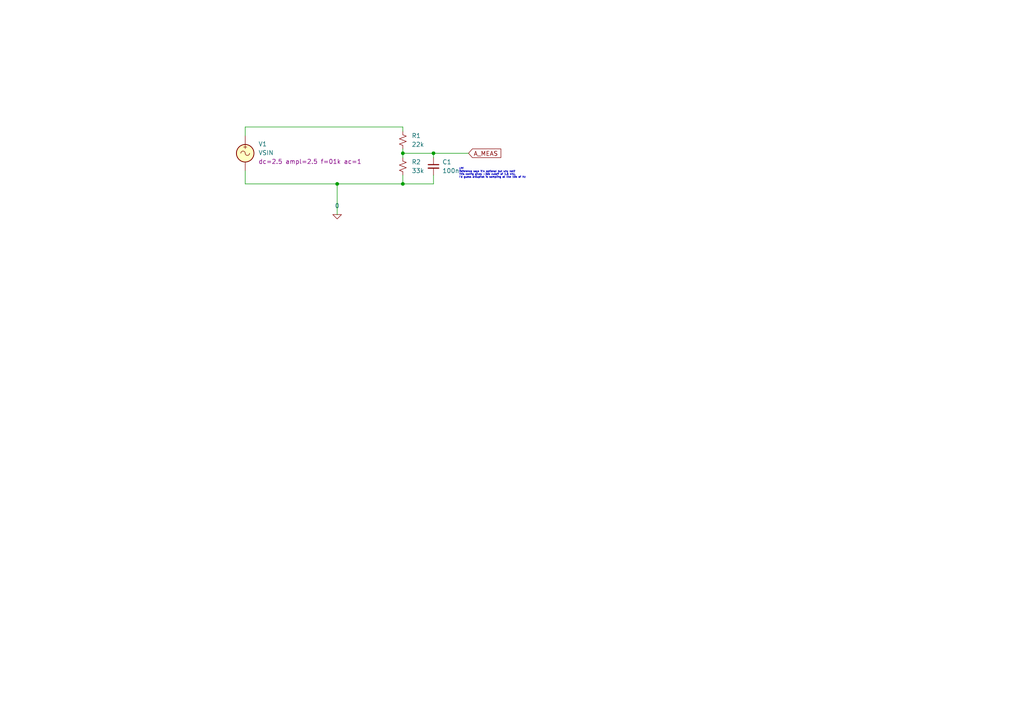
<source format=kicad_sch>
(kicad_sch (version 20250114) (generator "eeschema") (generator_version "9.0")
  (paper "A4")
  (lib_symbols
    (symbol "Device:C_Small" (pin_numbers (hide yes)) (pin_names (offset 0.254) (hide yes))
      (property "Reference" "C" (at 0.254 1.778 0))
      (property "Value" "C_Small" (at 0.254 -2.032 0))
      (symbol "C_Small_0_1"
        (polyline (pts (xy -1.524 0.508) (xy 1.524 0.508)) (stroke (width 0.3048)))
        (polyline (pts (xy -1.524 -0.508) (xy 1.524 -0.508)) (stroke (width 0.3302)))
      )
      (symbol "C_Small_1_1"
        (pin passive line (at 0 2.54 270) (length 2.032) (name "~") (number "1"))
        (pin passive line (at 0 -2.54 90) (length 2.032) (name "~") (number "2"))
      )
    )
    (symbol "Device:R_Small_US" (pin_numbers (hide yes)) (pin_names (offset 0.254) (hide yes))
      (property "Reference" "R" (at 0.762 0.508 0))
      (property "Value" "R_Small_US" (at 0.762 -1.016 0))
      (symbol "R_Small_US_1_1"
        (polyline (pts (xy 0 1.524) (xy 1.016 1.143) (xy 0 0.762) (xy -1.016 0.381) (xy 0 0)))
        (polyline (pts (xy 0 0) (xy 1.016 -0.381) (xy 0 -0.762) (xy -1.016 -1.143) (xy 0 -1.524)))
        (pin passive line (at 0 2.54 270) (length 1.016) (name "~") (number "1"))
        (pin passive line (at 0 -2.54 90) (length 1.016) (name "~") (number "2"))
      )
    )
    (symbol "Simulation_SPICE:0" (power) (pin_numbers (hide yes)) (pin_names (offset 0) (hide yes))
      (property "Value" "0" (at 0 -2.54 0))
      (symbol "0_0_1"
        (polyline (pts (xy -1.27 0) (xy 0 -1.27) (xy 1.27 0) (xy -1.27 0)))
      )
      (symbol "0_1_1"
        (pin power_in line (at 0 0 0) (length 0) (name "~") (number "1"))
      )
    )
    (symbol "Simulation_SPICE:VSIN" (pin_numbers (hide yes)) (pin_names (offset 0.0254))
      (property "Reference" "V" (at 2.54 2.54 0))
      (property "Value" "VSIN" (at 2.54 0 0))
      (property "Sim.Params" "dc=0 ampl=1 f=1k ac=1" (at 2.54 -2.54 0))
      (symbol "VSIN_0_0"
        (arc (start -1.27 0) (mid -0.635 0.6323) (end 0 0))
        (arc (start 1.27 0) (mid 0.635 -0.6323) (end 0 0))
        (text "+" (at 0 1.905 0) (effects (font (size 1.27 1.27))))
      )
      (symbol "VSIN_0_1"
        (circle (center 0 0) (radius 2.54) (stroke (width 0.254)) (fill (type background)))
      )
      (symbol "VSIN_1_1"
        (pin passive line (at 0 5.08 270) (length 2.54) (name "~") (number "1"))
        (pin passive line (at 0 -5.08 90) (length 2.54) (name "~") (number "2"))
      )
    )
  )
  (text "LPF\nReference says it's optional but why not?\nThis config gives -3db cutoff of 1.6 kHz.\nI'd guess ardupilot is sampling at like 10s of Hz" (at 133.096 50.292 0) (effects (font (size 0.508 0.508)) (justify left)))
  (junction (at 116.84 53.34))
  (junction (at 125.73 44.45))
  (junction (at 116.84 44.45))
  (junction (at 97.79 53.34))
  (wire (pts (xy 116.84 36.83) (xy 71.12 36.83)))
  (wire (pts (xy 97.79 53.34) (xy 97.79 62.23)))
  (wire (pts (xy 116.84 44.45) (xy 116.84 45.72)))
  (wire (pts (xy 97.79 53.34) (xy 116.84 53.34)))
  (wire (pts (xy 116.84 38.1) (xy 116.84 36.83)))
  (wire (pts (xy 116.84 43.18) (xy 116.84 44.45)))
  (wire (pts (xy 125.73 44.45) (xy 135.89 44.45)))
  (wire (pts (xy 71.12 49.53) (xy 71.12 53.34)))
  (wire (pts (xy 116.84 53.34) (xy 125.73 53.34)))
  (wire (pts (xy 125.73 50.8) (xy 125.73 53.34)))
  (wire (pts (xy 116.84 44.45) (xy 125.73 44.45)))
  (wire (pts (xy 71.12 53.34) (xy 97.79 53.34)))
  (wire (pts (xy 125.73 44.45) (xy 125.73 45.72)))
  (wire (pts (xy 116.84 50.8) (xy 116.84 53.34)))
  (wire (pts (xy 71.12 36.83) (xy 71.12 39.37)))
  (global_label "A_MEAS" (shape input) (at 135.89 44.45 0) (property "Intersheetrefs" "${INTERSHEET_REFS}" (effects (hide yes))))
  (symbol (lib_id "Device:R_Small_US") (at 116.84 48.26 0) (unit 1)
    (property "Reference" "R2" (at 119.38 46.9899 0) (effects (justify left)))
    (property "Value" "33k" (at 119.38 49.5299 0) (effects (justify left)))
    (property "Footprint" "Resistor_SMD:R_0603_1608Metric_Pad0.98x0.95mm_HandSolder" (effects (hide yes)))
    (property "Description" "Resistor, small US symbol" (effects (hide yes)))
  )
  (symbol (lib_id "Simulation_SPICE:VSIN") (at 71.12 44.45 0) (unit 1)
    (property "Reference" "V1" (at 74.93 41.7801 0) (effects (justify left)))
    (property "Value" "VSIN" (at 74.93 44.3201 0) (effects (justify left)))
    (property "Datasheet" "https://ngspice.sourceforge.io/docs/ngspice-html-manual/manual.xhtml#sec_Independent_Sources_for" (effects (hide yes)))
    (property "Description" "Voltage source, sinusoidal" (effects (hide yes)))
    (property "Sim.Pins" "1=+ 2=-" (effects (hide yes)))
    (property "Sim.Params" "dc=2.5 ampl=2.5 f=01k ac=1" (at 74.93 46.8601 0) (effects (justify left)))
    (property "Sim.Type" "SIN" (effects (hide yes)))
    (property "Sim.Device" "V" (effects (hide yes)))
  )
  (symbol (lib_id "Simulation_SPICE:0") (at 97.79 62.23 0) (unit 1)
    (property "Reference" "#GND0101" (effects (hide yes)))
    (property "Value" "0" (at 97.79 59.69 0))
    (property "Datasheet" "https://ngspice.sourceforge.io/docs/ngspice-html-manual/manual.xhtml#subsec_Circuit_elements__device" (effects (hide yes)))
    (property "Description" "0V reference potential for simulation" (effects (hide yes)))
  )
  (symbol (lib_id "Device:R_Small_US") (at 116.84 40.64 0) (unit 1)
    (property "Reference" "R1" (at 119.38 39.3699 0) (effects (justify left)))
    (property "Value" "22k" (at 119.38 41.9099 0) (effects (justify left)))
    (property "Footprint" "Resistor_SMD:R_0603_1608Metric_Pad0.98x0.95mm_HandSolder" (effects (hide yes)))
    (property "Description" "Resistor, small US symbol" (effects (hide yes)))
  )
  (symbol (lib_id "Device:C_Small") (at 125.73 48.26 0) (unit 1)
    (property "Reference" "C1" (at 128.27 46.9962 0) (effects (justify left)))
    (property "Value" "100n" (at 128.27 49.5362 0) (effects (justify left)))
    (property "Footprint" "Capacitor_SMD:C_0603_1608Metric_Pad1.08x0.95mm_HandSolder" (effects (hide yes)))
    (property "Description" "Unpolarized capacitor, small symbol" (effects (hide yes)))
  )
)
</source>
